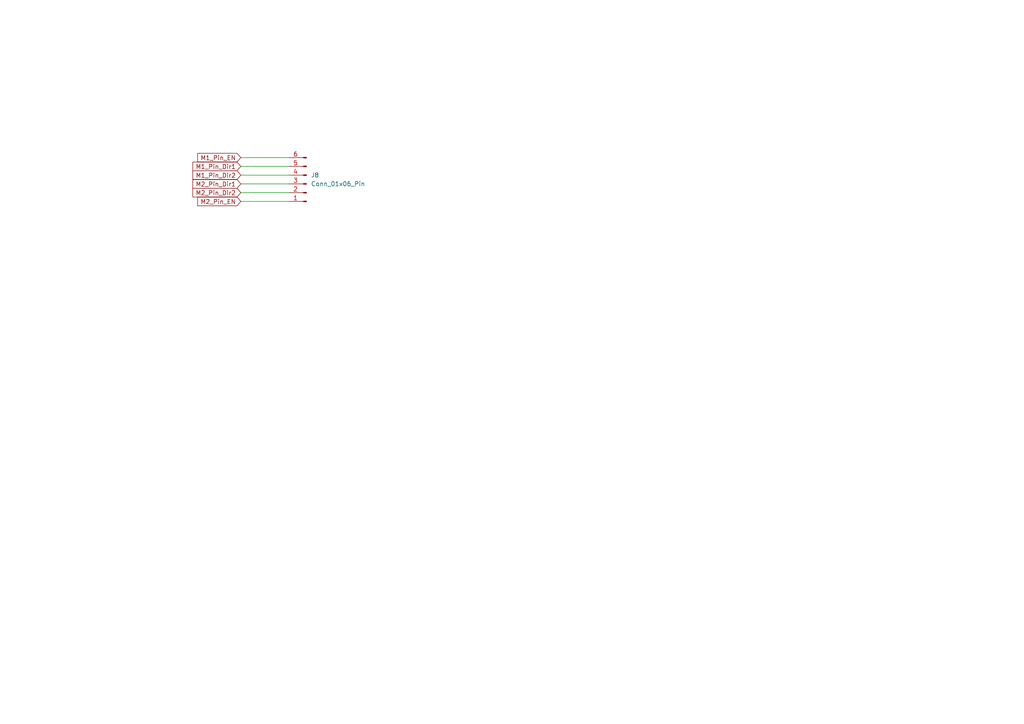
<source format=kicad_sch>
(kicad_sch (version 20231120) (generator "eeschema") (generator_version "8.0")
  (paper "A4")
  (title_block (title "Carte electronique Exodus") (company "Fablab"))
  (lib_symbols
    (symbol "Connector:Conn_01x06_Pin" (pin_names (offset 1.016) hide)
      (property "Reference" "J" (at 0 7.62 0))
      (property "Value" "Conn_01x06_Pin" (at 0 -10.16 0))
      (symbol "Conn_01x06_Pin_1_1"
        (polyline (pts (xy 1.27 -7.62) (xy 0.8636 -7.62)) (stroke (width 0.1524)))
        (polyline (pts (xy 1.27 -5.08) (xy 0.8636 -5.08)) (stroke (width 0.1524)))
        (polyline (pts (xy 1.27 -2.54) (xy 0.8636 -2.54)) (stroke (width 0.1524)))
        (polyline (pts (xy 1.27 0) (xy 0.8636 0)) (stroke (width 0.1524)))
        (polyline (pts (xy 1.27 2.54) (xy 0.8636 2.54)) (stroke (width 0.1524)))
        (polyline (pts (xy 1.27 5.08) (xy 0.8636 5.08)) (stroke (width 0.1524)))
        (rectangle (start 0.8636 -7.493) (end 0 -7.747) (stroke (width 0.1524)) (fill (type outline)))
        (rectangle (start 0.8636 -4.953) (end 0 -5.207) (stroke (width 0.1524)) (fill (type outline)))
        (rectangle (start 0.8636 -2.413) (end 0 -2.667) (stroke (width 0.1524)) (fill (type outline)))
        (rectangle (start 0.8636 0.127) (end 0 -0.127) (stroke (width 0.1524)) (fill (type outline)))
        (rectangle (start 0.8636 2.667) (end 0 2.413) (stroke (width 0.1524)) (fill (type outline)))
        (rectangle (start 0.8636 5.207) (end 0 4.953) (stroke (width 0.1524)) (fill (type outline)))
        (pin passive line (at 5.08 5.08 180) (length 3.81) (name "Pin_1") (number "1"))
        (pin passive line (at 5.08 2.54 180) (length 3.81) (name "Pin_2") (number "2"))
        (pin passive line (at 5.08 0 180) (length 3.81) (name "Pin_3") (number "3"))
        (pin passive line (at 5.08 -2.54 180) (length 3.81) (name "Pin_4") (number "4"))
        (pin passive line (at 5.08 -5.08 180) (length 3.81) (name "Pin_5") (number "5"))
        (pin passive line (at 5.08 -7.62 180) (length 3.81) (name "Pin_6") (number "6"))
      )
    )
  )
  (wire (pts (xy 69.85 55.88) (xy 83.82 55.88)))
  (wire (pts (xy 69.85 58.42) (xy 83.82 58.42)))
  (wire (pts (xy 69.85 50.8) (xy 83.82 50.8)))
  (wire (pts (xy 69.85 48.26) (xy 83.82 48.26)))
  (wire (pts (xy 69.85 45.72) (xy 83.82 45.72)))
  (wire (pts (xy 69.85 53.34) (xy 83.82 53.34)))
  (global_label "M1_Pin_Dir1" (shape input) (at 69.85 48.26 180) (property "Intersheetrefs" "${INTERSHEET_REFS}" (effects (hide yes))))
  (global_label "M2_Pin_Dir2" (shape input) (at 69.85 55.88 180) (property "Intersheetrefs" "${INTERSHEET_REFS}" (effects (hide yes))))
  (global_label "M2_Pin_Dir1" (shape input) (at 69.85 53.34 180) (property "Intersheetrefs" "${INTERSHEET_REFS}" (effects (hide yes))))
  (global_label "M2_Pin_EN" (shape input) (at 69.85 58.42 180) (property "Intersheetrefs" "${INTERSHEET_REFS}" (effects (hide yes))))
  (global_label "M1_Pin_Dir2" (shape input) (at 69.85 50.8 180) (property "Intersheetrefs" "${INTERSHEET_REFS}" (effects (hide yes))))
  (global_label "M1_Pin_EN" (shape input) (at 69.85 45.72 180) (property "Intersheetrefs" "${INTERSHEET_REFS}" (effects (hide yes))))
  (symbol (lib_id "Connector:Conn_01x06_Pin") (at 88.9 53.34 180) (unit 1)
    (property "Reference" "J8" (at 90.17 50.7999 0) (effects (justify right)))
    (property "Value" "Conn_01x06_Pin" (at 90.17 53.3399 0) (effects (justify right)))
    (property "Footprint" "Connector_PinHeader_2.54mm:PinHeader_1x06_P2.54mm_Vertical" (effects (hide yes)))
    (property "Description" "Generic connector, single row, 01x06, script generated" (effects (hide yes)))
  )
)
</source>
